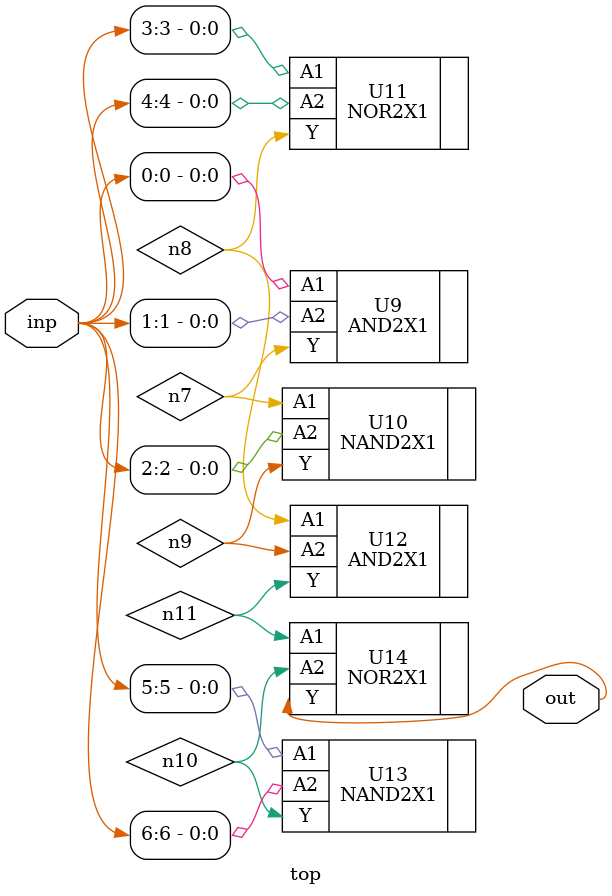
<source format=sv>


module top ( inp, out );
  input [6:0] inp;
  output out;
  wire   n7, n8, n9, n10, n11;

  AND2X1 U9 ( .A1(inp[0]), .A2(inp[1]), .Y(n7) );
  NAND2X1 U10 ( .A1(n7), .A2(inp[2]), .Y(n9) );
  NOR2X1 U11 ( .A1(inp[3]), .A2(inp[4]), .Y(n8) );
  AND2X1 U12 ( .A1(n8), .A2(n9), .Y(n11) );
  NAND2X1 U13 ( .A1(inp[5]), .A2(inp[6]), .Y(n10) );
  NOR2X1 U14 ( .A1(n11), .A2(n10), .Y(out) );
endmodule


</source>
